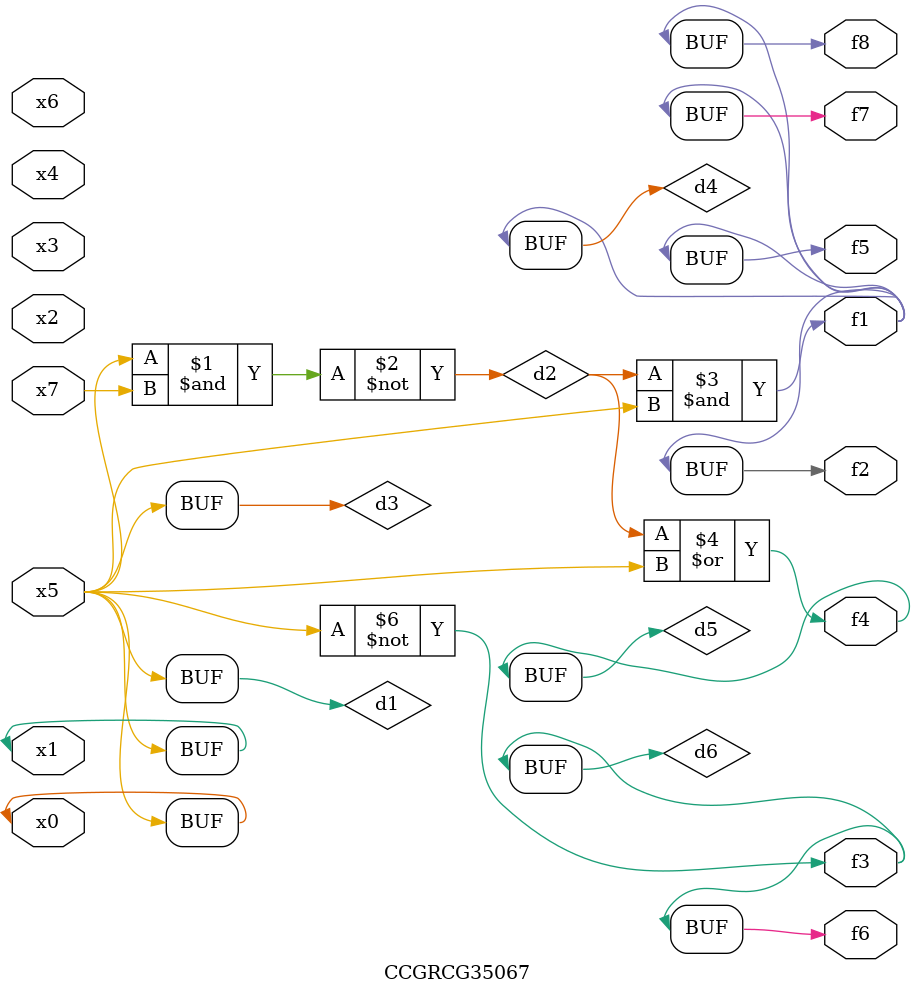
<source format=v>
module CCGRCG35067(
	input x0, x1, x2, x3, x4, x5, x6, x7,
	output f1, f2, f3, f4, f5, f6, f7, f8
);

	wire d1, d2, d3, d4, d5, d6;

	buf (d1, x0, x5);
	nand (d2, x5, x7);
	buf (d3, x0, x1);
	and (d4, d2, d3);
	or (d5, d2, d3);
	nor (d6, d1, d3);
	assign f1 = d4;
	assign f2 = d4;
	assign f3 = d6;
	assign f4 = d5;
	assign f5 = d4;
	assign f6 = d6;
	assign f7 = d4;
	assign f8 = d4;
endmodule

</source>
